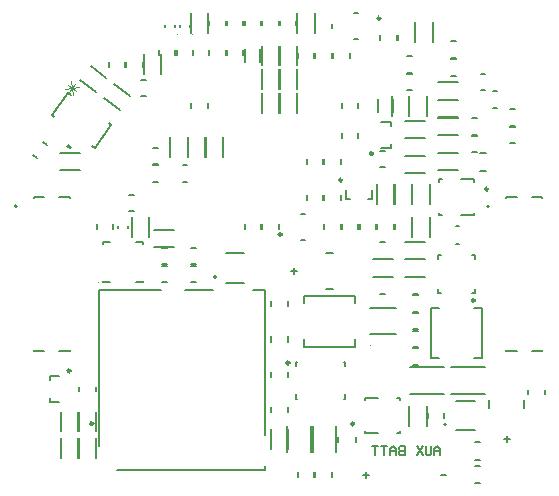
<source format=gbo>
G04*
G04 #@! TF.GenerationSoftware,Altium Limited,Altium Designer,24.4.1 (13)*
G04*
G04 Layer_Color=32896*
%FSLAX44Y44*%
%MOMM*%
G71*
G04*
G04 #@! TF.SameCoordinates,FE180870-32F7-4A95-A59D-FA59A3482B45*
G04*
G04*
G04 #@! TF.FilePolarity,Positive*
G04*
G01*
G75*
%ADD10C,0.1524*%
%ADD11C,0.1000*%
%ADD12C,0.2000*%
%ADD13C,0.2500*%
%ADD15C,0.1500*%
%ADD17C,0.0762*%
G36*
X-186285Y109880D02*
X-187813Y107851D01*
X-184771Y105558D01*
X-183242Y107587D01*
X-186285Y109880D01*
D02*
G37*
D10*
X-61050Y-2502D02*
G03*
X-61050Y-2502I-1016J0D01*
G01*
X133950Y-127502D02*
G03*
X133950Y-127502I-1016J0D01*
G01*
X-200263Y134248D02*
X-197965Y132516D01*
X-163953Y106886D02*
X-149737Y125752D01*
X-166251Y108618D02*
X-163953Y106886D01*
X-200263Y134248D02*
X-186047Y153114D01*
X-183749Y151382D01*
X-152035Y127484D02*
X-149737Y125752D01*
X-52747Y17319D02*
X-37253D01*
X-52747Y-7319D02*
X-37253D01*
X142253Y-107681D02*
X157747D01*
X142253Y-132319D02*
X157747D01*
D11*
X-93500Y203000D02*
G03*
X-93500Y203000I-500J0D01*
G01*
X-81000D02*
G03*
X-81000Y203000I-500J0D01*
G01*
X-160500Y-7000D02*
G03*
X-160500Y-7000I-500J0D01*
G01*
X-133500Y33000D02*
G03*
X-133500Y33000I-500J0D01*
G01*
X70000Y-60500D02*
G03*
X70000Y-60500I-500J0D01*
G01*
D12*
X170250Y57150D02*
G03*
X170250Y57150I-1000J0D01*
G01*
X-229750D02*
G03*
X-229750Y57150I-1000J0D01*
G01*
X-104000Y209260D02*
Y210740D01*
X-96002Y209260D02*
Y210740D01*
X-91500Y209260D02*
Y210740D01*
X-83502Y209260D02*
Y210740D01*
X-109500Y185500D02*
Y189500D01*
X-95500Y185500D02*
Y189500D01*
X-94500Y185500D02*
Y189500D01*
X-80500Y185500D02*
Y189500D01*
X86750Y125000D02*
Y128500D01*
X78750D02*
X86750D01*
Y106500D02*
Y110000D01*
X78750Y106500D02*
X86750D01*
X-38000Y185500D02*
Y189500D01*
X-52000Y185500D02*
Y189500D01*
X-114500Y107000D02*
X-110500D01*
X-114500Y93000D02*
X-110500D01*
X-89500Y78000D02*
X-85500D01*
X-89500Y92000D02*
X-85500D01*
X-114500Y78000D02*
X-110500D01*
X-114500Y92000D02*
X-110500D01*
X49000Y63250D02*
Y71250D01*
Y63250D02*
X52500D01*
X71000D02*
Y71250D01*
X67500Y63250D02*
X71000D01*
X-152000Y175500D02*
Y179500D01*
X-138000Y175500D02*
Y179500D01*
X90138Y59138D02*
Y75862D01*
X104862Y59138D02*
Y75862D01*
X42500Y-142250D02*
Y-137750D01*
X57500Y-142250D02*
Y-137750D01*
X157750Y-157500D02*
X162250D01*
X157750Y-142500D02*
X162250D01*
X162750Y87500D02*
X167250D01*
X162750Y102500D02*
X167250D01*
X-157000Y-7000D02*
Y-5750D01*
Y25750D02*
Y27000D01*
X-123000Y-7000D02*
Y-5750D01*
Y25750D02*
Y27000D01*
X-157000Y-7000D02*
X-151100D01*
X-128900D02*
X-123000D01*
X-157000Y27000D02*
X-151100D01*
X-128900D02*
X-123000D01*
X6750Y-105750D02*
Y-101650D01*
Y-78350D02*
Y-74250D01*
X47450D02*
X48250D01*
X6750D02*
X7550D01*
X48250Y-105750D02*
Y-101650D01*
Y-78350D02*
Y-74250D01*
X47450Y-105750D02*
X48250D01*
X6750D02*
X7550D01*
X45500Y140500D02*
Y144500D01*
X59500Y140500D02*
Y144500D01*
X22000Y-172000D02*
Y-168000D01*
X8000Y-172000D02*
Y-168000D01*
X173000Y154500D02*
X177000D01*
X173000Y140500D02*
X177000D01*
X23000Y-172000D02*
Y-168000D01*
X37000Y-172000D02*
Y-168000D01*
X-67000Y185500D02*
Y189500D01*
X-53000Y185500D02*
Y189500D01*
X8000Y183000D02*
Y187000D01*
X22000Y183000D02*
Y187000D01*
X37000Y183000D02*
Y187000D01*
X23000Y183000D02*
Y187000D01*
X-82000Y-7000D02*
X-78000D01*
X-82000Y7000D02*
X-78000D01*
X-82000Y8000D02*
X-78000D01*
X-82000Y22000D02*
X-78000D01*
X155500Y118000D02*
X159500D01*
X155500Y132000D02*
X159500D01*
X155500Y117000D02*
X159500D01*
X155500Y103000D02*
X159500D01*
X-99862Y99138D02*
Y115862D01*
X-85138Y99138D02*
Y115862D01*
X37000Y208000D02*
Y212000D01*
X23000Y208000D02*
Y212000D01*
X55750Y199000D02*
X59250D01*
X55750Y221000D02*
X59250D01*
X100500Y169500D02*
X104500D01*
X100500Y155500D02*
X104500D01*
X100500Y184500D02*
X104500D01*
X100500Y170500D02*
X104500D01*
X-162000Y38000D02*
Y42000D01*
X-148000Y38000D02*
Y42000D01*
X-134500Y53000D02*
X-130500D01*
X-134500Y67000D02*
X-130500D01*
X-136002Y39260D02*
Y40740D01*
X-144000Y39260D02*
Y40740D01*
X30500Y93000D02*
Y97000D01*
X44500Y93000D02*
Y97000D01*
X29500Y93000D02*
Y97000D01*
X15500Y93000D02*
Y97000D01*
X-177638Y-155862D02*
Y-139138D01*
X-192362Y-155862D02*
Y-139138D01*
X-162638Y-155862D02*
Y-139138D01*
X-177362Y-155862D02*
Y-139138D01*
X-201750Y-86500D02*
X-193750D01*
X-201750Y-90000D02*
Y-86500D01*
Y-108500D02*
X-193750D01*
X-201750D02*
Y-105000D01*
X-68000Y140500D02*
Y144500D01*
X-82000Y140500D02*
Y144500D01*
X-163000Y-99500D02*
Y-95500D01*
X-177000Y-99500D02*
Y-95500D01*
X-192362Y-133362D02*
Y-116638D01*
X-177638Y-133362D02*
Y-116638D01*
X-177362Y-133362D02*
Y-116638D01*
X-162638Y-133362D02*
Y-116638D01*
X-160000Y-146000D02*
Y-14000D01*
X-108000D01*
X-20000Y-136000D02*
Y-14000D01*
X-145000Y-166000D02*
X-20000D01*
X-30000Y-14000D02*
X-20000D01*
Y-166000D02*
Y-163000D01*
X-87000Y-14000D02*
X-63400D01*
X-52000Y210500D02*
Y214500D01*
X-38000Y210500D02*
Y214500D01*
X-37000Y210500D02*
Y214500D01*
X-23000Y210500D02*
Y214500D01*
X-67000Y210500D02*
Y214500D01*
X-53000Y210500D02*
Y214500D01*
X-22000Y210500D02*
Y214500D01*
X-8000Y210500D02*
Y214500D01*
X-7000Y210500D02*
Y214500D01*
X7000Y210500D02*
Y214500D01*
X203000Y-102000D02*
Y-98000D01*
X217000Y-102000D02*
Y-98000D01*
X15500Y63000D02*
Y67000D01*
X29500Y63000D02*
Y67000D01*
X-176109Y164153D02*
X-162752Y154088D01*
X-167248Y175912D02*
X-153891Y165847D01*
X-147248Y160912D02*
X-133891Y150847D01*
X-156109Y149153D02*
X-142752Y139088D01*
X-215810Y100613D02*
X-212615Y98206D01*
X-207385Y111794D02*
X-204190Y109387D01*
X-23000Y38000D02*
Y42000D01*
X-37000Y38000D02*
Y42000D01*
X31750Y17500D02*
X38250D01*
X31750Y-12500D02*
X38250D01*
X2500Y2500D02*
X7500D01*
X5000Y0D02*
Y5000D01*
X30500Y63000D02*
Y67000D01*
X44500Y63000D02*
Y67000D01*
X10750Y29000D02*
X14250D01*
X10750Y51000D02*
X14250D01*
X-8000Y38000D02*
Y42000D01*
X-22000Y38000D02*
Y42000D01*
X105138Y59138D02*
Y75862D01*
X119862Y59138D02*
Y75862D01*
X126638Y87638D02*
X143362D01*
X126638Y102362D02*
X143362D01*
X127500Y78000D02*
Y80000D01*
X130520D01*
X127500Y50000D02*
X130520D01*
X127500D02*
Y52000D01*
X157500Y50000D02*
Y52000D01*
X146520Y50000D02*
X157500D01*
X146520Y80000D02*
X157500D01*
Y78000D02*
Y80000D01*
X120930Y-28430D02*
X127320D01*
X157680D02*
X164070D01*
Y-71570D02*
Y-28430D01*
X120930Y-71570D02*
X127320D01*
X157680D02*
X164070D01*
X120930D02*
Y-28430D01*
X78000Y-17000D02*
X82000D01*
X78000Y-3000D02*
X82000D01*
X137969Y-78719D02*
X167031D01*
X137969Y-101281D02*
X167031D01*
X102969D02*
X132031D01*
X102969Y-78719D02*
X132031D01*
X99138Y12362D02*
X115862D01*
X99138Y-2362D02*
X115862D01*
X44500Y38000D02*
Y42000D01*
X30500Y38000D02*
Y42000D01*
X99138Y12638D02*
X115862D01*
X99138Y27362D02*
X115862D01*
X141750Y40250D02*
X144250D01*
X141750Y25750D02*
X144250D01*
X126750Y-15750D02*
Y-12900D01*
Y-15750D02*
X129600D01*
X126750Y12900D02*
Y15750D01*
X129600D01*
X155400D02*
X158250D01*
Y12900D02*
Y15750D01*
Y-15750D02*
Y-12900D01*
X155400Y-15750D02*
X158250D01*
X52000Y183000D02*
Y187000D01*
X38000Y183000D02*
Y187000D01*
X158000Y-163000D02*
X162000D01*
X158000Y-177000D02*
X162000D01*
X132000Y-122000D02*
Y-118000D01*
X118000Y-122000D02*
Y-118000D01*
X170000Y-113250D02*
Y-106750D01*
X200000Y-113250D02*
Y-106750D01*
X185000Y-142500D02*
Y-137500D01*
X182500Y-140000D02*
X187500D01*
X19250Y-151000D02*
Y-129000D01*
X40827Y-150947D02*
Y-128947D01*
X105500Y-77000D02*
X109500D01*
X105500Y-63000D02*
X109500D01*
X69000Y-50750D02*
X91000D01*
X68947Y-29173D02*
X90947D01*
X105500Y-18000D02*
X109500D01*
X105500Y-32000D02*
X109500D01*
X105500Y-3000D02*
X109500D01*
X105500Y-17000D02*
X109500D01*
X105500Y-47000D02*
X109500D01*
X105500Y-33000D02*
X109500D01*
X105500Y-62000D02*
X109500D01*
X105500Y-48000D02*
X109500D01*
X-500Y-117000D02*
Y-113000D01*
X-14500Y-117000D02*
Y-113000D01*
X-500Y-57250D02*
Y-52750D01*
X-14500Y-57250D02*
Y-52750D01*
X-750Y-151000D02*
Y-129000D01*
X20827Y-150947D02*
Y-128947D01*
X-14500Y-87250D02*
Y-82750D01*
X-500Y-87250D02*
Y-82750D01*
X-14500Y-27250D02*
Y-22750D01*
X-500Y-27250D02*
Y-22750D01*
X-138Y-148362D02*
Y-131638D01*
X-14862Y-148362D02*
Y-131638D01*
X56570Y-24820D02*
Y-18430D01*
Y-61570D02*
Y-55180D01*
X13430Y-61570D02*
X56570D01*
X13430Y-24820D02*
Y-18430D01*
Y-61570D02*
Y-55180D01*
Y-18430D02*
X56570D01*
X95000Y-135000D02*
Y-133000D01*
X91980Y-135000D02*
X95000D01*
X91980Y-105000D02*
X95000D01*
Y-107000D02*
Y-105000D01*
X65000Y-107000D02*
Y-105000D01*
X75980D01*
X65000Y-135000D02*
X75980D01*
X65000D02*
Y-133000D01*
X102638Y-128362D02*
Y-111638D01*
X117362Y-128362D02*
Y-111638D01*
X7638Y204138D02*
Y220862D01*
X22362Y204138D02*
Y220862D01*
X-22362Y136638D02*
Y153362D01*
X-7638Y136638D02*
Y153362D01*
X-7362Y136638D02*
Y153362D01*
X7362Y136638D02*
Y153362D01*
X-55138Y99138D02*
Y115862D01*
X-69862Y99138D02*
Y115862D01*
X-70138Y99138D02*
Y115862D01*
X-84862Y99138D02*
Y115862D01*
X-82362Y204138D02*
Y220862D01*
X-67638Y204138D02*
Y220862D01*
X-36250Y179750D02*
Y190250D01*
X-23750Y179750D02*
Y190250D01*
X-7362Y176638D02*
Y193362D01*
X7362Y176638D02*
Y193362D01*
Y156638D02*
Y173362D01*
X-7362Y156638D02*
Y173362D01*
X-7638Y156638D02*
Y173362D01*
X-22362Y156638D02*
Y173362D01*
Y176638D02*
Y193362D01*
X-7638Y176638D02*
Y193362D01*
X-122362Y169138D02*
Y185862D01*
X-107638Y169138D02*
Y185862D01*
X-137000Y175500D02*
Y179500D01*
X-123000Y175500D02*
Y179500D01*
X78000Y13000D02*
X82000D01*
X78000Y27000D02*
X82000D01*
X71638Y12362D02*
X88362D01*
X71638Y-2362D02*
X88362D01*
X45500Y115500D02*
Y119500D01*
X59500Y115500D02*
Y119500D01*
X88750Y137250D02*
Y147750D01*
X76250Y137250D02*
Y147750D01*
X78000Y104500D02*
X82000D01*
X78000Y90500D02*
X82000D01*
X126638Y117362D02*
X143362D01*
X126638Y102638D02*
X143362D01*
X99138Y99862D02*
X115862D01*
X99138Y85138D02*
X115862D01*
X126638Y132362D02*
X143362D01*
X126638Y117638D02*
X143362D01*
X126638Y147362D02*
X143362D01*
X126638Y132638D02*
X143362D01*
X117362Y134138D02*
Y150862D01*
X102638Y134138D02*
Y150862D01*
X102362Y134138D02*
Y150862D01*
X87638Y134138D02*
Y150862D01*
X89862Y59138D02*
Y75862D01*
X75138Y59138D02*
Y75862D01*
X99138Y115138D02*
X115862D01*
X99138Y129862D02*
X115862D01*
X126638Y162362D02*
X143362D01*
X126638Y147638D02*
X143362D01*
X105138Y31638D02*
Y48362D01*
X119862Y31638D02*
Y48362D01*
X59500Y38000D02*
Y42000D01*
X45500Y38000D02*
Y42000D01*
X60500Y38000D02*
Y42000D01*
X74500Y38000D02*
Y42000D01*
X-124500Y150500D02*
X-120500Y150500D01*
X-124500Y164500D02*
X-120500Y164500D01*
X92000Y198000D02*
Y202000D01*
X78000Y198000D02*
Y202000D01*
X-193362Y102362D02*
X-176638D01*
X-193362Y87638D02*
X-176638D01*
X107000Y198000D02*
Y202000D01*
X93000Y198000D02*
Y202000D01*
X122362Y196638D02*
Y213362D01*
X107638Y196638D02*
Y213362D01*
X138000Y182000D02*
X142000D01*
X138000Y168000D02*
X142000D01*
X138000Y197000D02*
X142000D01*
X138000Y183000D02*
X142000D01*
X188000Y125500D02*
X192000D01*
X188000Y139500D02*
X192000D01*
X188000Y110500D02*
X192000D01*
X188000Y124500D02*
X192000D01*
X163000Y155500D02*
X167000D01*
X163000Y169500D02*
X167000D01*
X-107000Y7000D02*
X-103000D01*
X-107000Y-7000D02*
X-103000D01*
X-132362Y31638D02*
Y48362D01*
X-117638Y31638D02*
Y48362D01*
X-113362Y37362D02*
X-96638D01*
X-113362Y22638D02*
X-96638D01*
X-107000Y22000D02*
X-103000D01*
X-107000Y8000D02*
X-103000D01*
X75500Y38000D02*
Y42000D01*
X89500Y38000D02*
Y42000D01*
X104500Y38000D02*
Y42000D01*
X90500Y38000D02*
Y42000D01*
X215250Y-65400D02*
Y-64350D01*
Y64350D02*
Y65400D01*
X184750Y-65400D02*
Y-64350D01*
Y64350D02*
Y65400D01*
X193650D01*
X184750Y-65400D02*
X193650D01*
X206350Y65400D02*
X215250D01*
X206350Y-65400D02*
X215250D01*
X-184750D02*
Y-64350D01*
Y64350D02*
Y65400D01*
X-215250Y-65400D02*
Y-64350D01*
Y64350D02*
Y65400D01*
X-206350D01*
X-215250Y-65400D02*
X-206350D01*
X-193650Y65400D02*
X-184750D01*
X-193650Y-65400D02*
X-184750D01*
D13*
X71750Y102000D02*
G03*
X71750Y102000I-1250J0D01*
G01*
X45750Y79500D02*
G03*
X45750Y79500I-1250J0D01*
G01*
X1000Y-75250D02*
G03*
X1000Y-75250I-1250J0D01*
G01*
X78000Y216500D02*
G03*
X78000Y216500I-1250J0D01*
G01*
X-184250Y-82000D02*
G03*
X-184250Y-82000I-1250J0D01*
G01*
X-165250Y-126600D02*
G03*
X-165250Y-126600I-1250J0D01*
G01*
X-5500Y33500D02*
G03*
X-5500Y33500I-1250J0D01*
G01*
X169270Y71820D02*
G03*
X169270Y71820I-1250J0D01*
G01*
X158000Y-22250D02*
G03*
X158000Y-22250I-1250J0D01*
G01*
X55730Y-126820D02*
G03*
X55730Y-126820I-1250J0D01*
G01*
D15*
X129000Y-170000D02*
X133998D01*
X68500D02*
X63502D01*
X66001Y-167501D02*
Y-172499D01*
X128741Y-153500D02*
Y-148502D01*
X126242Y-146002D01*
X123742Y-148502D01*
Y-153500D01*
Y-149751D01*
X128741D01*
X121243Y-146002D02*
Y-152250D01*
X119994Y-153500D01*
X117494D01*
X116245Y-152250D01*
Y-146002D01*
X113746D02*
X108747Y-153500D01*
Y-146002D02*
X113746Y-153500D01*
X98750Y-146002D02*
Y-153500D01*
X95002D01*
X93752Y-152250D01*
Y-151001D01*
X95002Y-149751D01*
X98750D01*
X95002D01*
X93752Y-148502D01*
Y-147252D01*
X95002Y-146002D01*
X98750D01*
X91253Y-153500D02*
Y-148502D01*
X88754Y-146002D01*
X86254Y-148502D01*
Y-153500D01*
Y-149751D01*
X91253D01*
X83755Y-146002D02*
X78757D01*
X81256D01*
Y-153500D01*
X76258Y-146002D02*
X71259D01*
X73758D01*
Y-153500D01*
D17*
X-184126Y163354D02*
X-182460Y151501D01*
X-177367Y158260D02*
X-189220Y156595D01*
X-180746Y160807D02*
X-185840Y154048D01*
X-179914Y154881D02*
X-186673Y159974D01*
M02*

</source>
